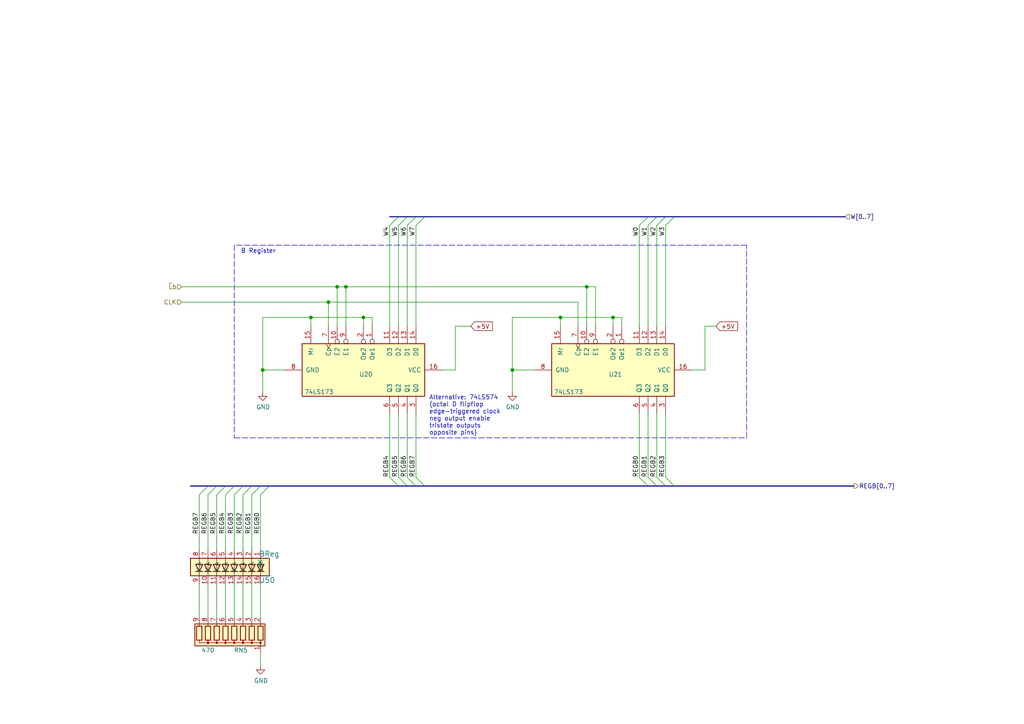
<source format=kicad_sch>
(kicad_sch (version 20211123) (generator eeschema)

  (uuid 2fe32ea1-4c03-4008-a13b-5ef3a9c6a943)

  (paper "A4")

  (lib_symbols
    (symbol "74xx:74LS173" (pin_names (offset 1.016)) (in_bom yes) (on_board yes)
      (property "Reference" "U" (id 0) (at -7.62 19.05 0)
        (effects (font (size 1.27 1.27)))
      )
      (property "Value" "74LS173" (id 1) (at -7.62 -19.05 0)
        (effects (font (size 1.27 1.27)))
      )
      (property "Footprint" "" (id 2) (at 0 0 0)
        (effects (font (size 1.27 1.27)) hide)
      )
      (property "Datasheet" "http://www.ti.com/lit/gpn/sn74LS173" (id 3) (at 0 0 0)
        (effects (font (size 1.27 1.27)) hide)
      )
      (property "ki_locked" "" (id 4) (at 0 0 0)
        (effects (font (size 1.27 1.27)))
      )
      (property "ki_keywords" "TTL REG REG4 3State DFF" (id 5) (at 0 0 0)
        (effects (font (size 1.27 1.27)) hide)
      )
      (property "ki_description" "4-bit D-type Register, 3 state out" (id 6) (at 0 0 0)
        (effects (font (size 1.27 1.27)) hide)
      )
      (property "ki_fp_filters" "DIP?16*" (id 7) (at 0 0 0)
        (effects (font (size 1.27 1.27)) hide)
      )
      (symbol "74LS173_1_0"
        (pin input inverted (at -12.7 2.54 0) (length 5.08)
          (name "Oe1" (effects (font (size 1.27 1.27))))
          (number "1" (effects (font (size 1.27 1.27))))
        )
        (pin input inverted (at -12.7 -7.62 0) (length 5.08)
          (name "E2" (effects (font (size 1.27 1.27))))
          (number "10" (effects (font (size 1.27 1.27))))
        )
        (pin input line (at -12.7 7.62 0) (length 5.08)
          (name "D3" (effects (font (size 1.27 1.27))))
          (number "11" (effects (font (size 1.27 1.27))))
        )
        (pin input line (at -12.7 10.16 0) (length 5.08)
          (name "D2" (effects (font (size 1.27 1.27))))
          (number "12" (effects (font (size 1.27 1.27))))
        )
        (pin input line (at -12.7 12.7 0) (length 5.08)
          (name "D1" (effects (font (size 1.27 1.27))))
          (number "13" (effects (font (size 1.27 1.27))))
        )
        (pin input line (at -12.7 15.24 0) (length 5.08)
          (name "D0" (effects (font (size 1.27 1.27))))
          (number "14" (effects (font (size 1.27 1.27))))
        )
        (pin input line (at -12.7 -15.24 0) (length 5.08)
          (name "Mr" (effects (font (size 1.27 1.27))))
          (number "15" (effects (font (size 1.27 1.27))))
        )
        (pin power_in line (at 0 22.86 270) (length 5.08)
          (name "VCC" (effects (font (size 1.27 1.27))))
          (number "16" (effects (font (size 1.27 1.27))))
        )
        (pin input inverted (at -12.7 0 0) (length 5.08)
          (name "Oe2" (effects (font (size 1.27 1.27))))
          (number "2" (effects (font (size 1.27 1.27))))
        )
        (pin tri_state line (at 12.7 15.24 180) (length 5.08)
          (name "Q0" (effects (font (size 1.27 1.27))))
          (number "3" (effects (font (size 1.27 1.27))))
        )
        (pin tri_state line (at 12.7 12.7 180) (length 5.08)
          (name "Q1" (effects (font (size 1.27 1.27))))
          (number "4" (effects (font (size 1.27 1.27))))
        )
        (pin tri_state line (at 12.7 10.16 180) (length 5.08)
          (name "Q2" (effects (font (size 1.27 1.27))))
          (number "5" (effects (font (size 1.27 1.27))))
        )
        (pin tri_state line (at 12.7 7.62 180) (length 5.08)
          (name "Q3" (effects (font (size 1.27 1.27))))
          (number "6" (effects (font (size 1.27 1.27))))
        )
        (pin input clock (at -12.7 -10.16 0) (length 5.08)
          (name "Cp" (effects (font (size 1.27 1.27))))
          (number "7" (effects (font (size 1.27 1.27))))
        )
        (pin power_in line (at 0 -22.86 90) (length 5.08)
          (name "GND" (effects (font (size 1.27 1.27))))
          (number "8" (effects (font (size 1.27 1.27))))
        )
        (pin input inverted (at -12.7 -5.08 0) (length 5.08)
          (name "E1" (effects (font (size 1.27 1.27))))
          (number "9" (effects (font (size 1.27 1.27))))
        )
      )
      (symbol "74LS173_1_1"
        (rectangle (start -7.62 17.78) (end 7.62 -17.78)
          (stroke (width 0.254) (type default) (color 0 0 0 0))
          (fill (type background))
        )
      )
    )
    (symbol "8bitcomputer-Malvino-rescue:8segmBarGraph-zDirkLibrary" (pin_names (offset 1.016)) (in_bom yes) (on_board yes)
      (property "Reference" "U" (id 0) (at 0 12.7 0)
        (effects (font (size 1.524 1.524)))
      )
      (property "Value" "8segmBarGraph-zDirkLibrary" (id 1) (at 0 -12.7 0)
        (effects (font (size 1.524 1.524)))
      )
      (property "Footprint" "" (id 2) (at 0 0 0)
        (effects (font (size 1.524 1.524)) hide)
      )
      (property "Datasheet" "" (id 3) (at 0 0 0)
        (effects (font (size 1.524 1.524)) hide)
      )
      (symbol "8segmBarGraph-zDirkLibrary_1_1"
        (rectangle (start -2.54 11.43) (end 2.54 -11.43)
          (stroke (width 0.254) (type default) (color 0 0 0 0))
          (fill (type background))
        )
        (polyline
          (pts
            (xy -2.54 -8.89)
            (xy 2.54 -8.89)
          )
          (stroke (width 0) (type default) (color 0 0 0 0))
          (fill (type none))
        )
        (polyline
          (pts
            (xy -2.54 -6.35)
            (xy 2.54 -6.35)
          )
          (stroke (width 0) (type default) (color 0 0 0 0))
          (fill (type none))
        )
        (polyline
          (pts
            (xy -2.54 -1.27)
            (xy 2.54 -1.27)
          )
          (stroke (width 0) (type default) (color 0 0 0 0))
          (fill (type none))
        )
        (polyline
          (pts
            (xy -2.54 3.81)
            (xy 2.54 3.81)
          )
          (stroke (width 0) (type default) (color 0 0 0 0))
          (fill (type none))
        )
        (polyline
          (pts
            (xy -2.54 6.35)
            (xy 2.54 6.35)
          )
          (stroke (width 0) (type default) (color 0 0 0 0))
          (fill (type none))
        )
        (polyline
          (pts
            (xy -2.54 8.89)
            (xy 2.54 8.89)
          )
          (stroke (width 0) (type default) (color 0 0 0 0))
          (fill (type none))
        )
        (polyline
          (pts
            (xy 1.27 -7.874)
            (xy 1.27 -9.906)
          )
          (stroke (width 0.254) (type default) (color 0 0 0 0))
          (fill (type none))
        )
        (polyline
          (pts
            (xy 1.27 -5.334)
            (xy 1.27 -7.366)
          )
          (stroke (width 0.254) (type default) (color 0 0 0 0))
          (fill (type none))
        )
        (polyline
          (pts
            (xy 1.27 -2.794)
            (xy 1.27 -4.826)
          )
          (stroke (width 0.254) (type default) (color 0 0 0 0))
          (fill (type none))
        )
        (polyline
          (pts
            (xy 1.27 -0.254)
            (xy 1.27 -2.286)
          )
          (stroke (width 0.254) (type default) (color 0 0 0 0))
          (fill (type none))
        )
        (polyline
          (pts
            (xy 1.27 2.286)
            (xy 1.27 0.254)
          )
          (stroke (width 0.254) (type default) (color 0 0 0 0))
          (fill (type none))
        )
        (polyline
          (pts
            (xy 1.27 4.826)
            (xy 1.27 2.794)
          )
          (stroke (width 0.254) (type default) (color 0 0 0 0))
          (fill (type none))
        )
        (polyline
          (pts
            (xy 1.27 7.366)
            (xy 1.27 5.334)
          )
          (stroke (width 0.254) (type default) (color 0 0 0 0))
          (fill (type none))
        )
        (polyline
          (pts
            (xy 1.27 9.906)
            (xy 1.27 7.874)
          )
          (stroke (width 0.254) (type default) (color 0 0 0 0))
          (fill (type none))
        )
        (polyline
          (pts
            (xy 2.54 -3.81)
            (xy -2.54 -3.81)
          )
          (stroke (width 0) (type default) (color 0 0 0 0))
          (fill (type none))
        )
        (polyline
          (pts
            (xy 2.54 1.27)
            (xy -2.54 1.27)
          )
          (stroke (width 0) (type default) (color 0 0 0 0))
          (fill (type none))
        )
        (polyline
          (pts
            (xy -0.762 -7.874)
            (xy -0.762 -9.906)
            (xy 1.27 -8.89)
            (xy -0.762 -7.874)
          )
          (stroke (width 0.254) (type default) (color 0 0 0 0))
          (fill (type none))
        )
        (polyline
          (pts
            (xy -0.762 -5.334)
            (xy -0.762 -7.366)
            (xy 1.27 -6.35)
            (xy -0.762 -5.334)
          )
          (stroke (width 0.254) (type default) (color 0 0 0 0))
          (fill (type none))
        )
        (polyline
          (pts
            (xy -0.762 -2.794)
            (xy -0.762 -4.826)
            (xy 1.27 -3.81)
            (xy -0.762 -2.794)
          )
          (stroke (width 0.254) (type default) (color 0 0 0 0))
          (fill (type none))
        )
        (polyline
          (pts
            (xy -0.762 -0.254)
            (xy -0.762 -2.286)
            (xy 1.27 -1.27)
            (xy -0.762 -0.254)
          )
          (stroke (width 0.254) (type default) (color 0 0 0 0))
          (fill (type none))
        )
        (polyline
          (pts
            (xy -0.762 2.286)
            (xy -0.762 0.254)
            (xy 1.27 1.27)
            (xy -0.762 2.286)
          )
          (stroke (width 0.254) (type default) (color 0 0 0 0))
          (fill (type none))
        )
        (polyline
          (pts
            (xy -0.762 4.826)
            (xy -0.762 2.794)
            (xy 1.27 3.81)
            (xy -0.762 4.826)
          )
          (stroke (width 0.254) (type default) (color 0 0 0 0))
          (fill (type none))
        )
        (polyline
          (pts
            (xy -0.762 7.366)
            (xy -0.762 5.334)
            (xy 1.27 6.35)
            (xy -0.762 7.366)
          )
          (stroke (width 0.254) (type default) (color 0 0 0 0))
          (fill (type none))
        )
        (polyline
          (pts
            (xy -0.762 9.906)
            (xy -0.762 7.874)
            (xy 1.27 8.89)
            (xy -0.762 9.906)
          )
          (stroke (width 0.254) (type default) (color 0 0 0 0))
          (fill (type none))
        )
        (pin passive line (at -5.08 8.89 0) (length 2.54)
          (name "A" (effects (font (size 1.27 1.27))))
          (number "1" (effects (font (size 1.27 1.27))))
        )
        (pin passive line (at 5.08 -6.35 180) (length 2.54)
          (name "K" (effects (font (size 1.27 1.27))))
          (number "10" (effects (font (size 1.27 1.27))))
        )
        (pin passive line (at 5.08 -3.81 180) (length 2.54)
          (name "K" (effects (font (size 1.27 1.27))))
          (number "11" (effects (font (size 1.27 1.27))))
        )
        (pin passive line (at 5.08 -1.27 180) (length 2.54)
          (name "K" (effects (font (size 1.27 1.27))))
          (number "12" (effects (font (size 1.27 1.27))))
        )
        (pin passive line (at 5.08 1.27 180) (length 2.54)
          (name "K" (effects (font (size 1.27 1.27))))
          (number "13" (effects (font (size 1.27 1.27))))
        )
        (pin passive line (at 5.08 3.81 180) (length 2.54)
          (name "K" (effects (font (size 1.27 1.27))))
          (number "14" (effects (font (size 1.27 1.27))))
        )
        (pin passive line (at 5.08 6.35 180) (length 2.54)
          (name "K" (effects (font (size 1.27 1.27))))
          (number "15" (effects (font (size 1.27 1.27))))
        )
        (pin passive line (at 5.08 8.89 180) (length 2.54)
          (name "16K" (effects (font (size 1.27 1.27))))
          (number "16" (effects (font (size 1.27 1.27))))
        )
        (pin passive line (at -5.08 6.35 0) (length 2.54)
          (name "A" (effects (font (size 1.27 1.27))))
          (number "2" (effects (font (size 1.27 1.27))))
        )
        (pin passive line (at -5.08 3.81 0) (length 2.54)
          (name "A" (effects (font (size 1.27 1.27))))
          (number "3" (effects (font (size 1.27 1.27))))
        )
        (pin passive line (at -5.08 1.27 0) (length 2.54)
          (name "A" (effects (font (size 1.27 1.27))))
          (number "4" (effects (font (size 1.27 1.27))))
        )
        (pin passive line (at -5.08 -1.27 0) (length 2.54)
          (name "A" (effects (font (size 1.27 1.27))))
          (number "5" (effects (font (size 1.27 1.27))))
        )
        (pin passive line (at -5.08 -3.81 0) (length 2.54)
          (name "A" (effects (font (size 1.27 1.27))))
          (number "6" (effects (font (size 1.27 1.27))))
        )
        (pin passive line (at -5.08 -6.35 0) (length 2.54)
          (name "A" (effects (font (size 1.27 1.27))))
          (number "7" (effects (font (size 1.27 1.27))))
        )
        (pin passive line (at -5.08 -8.89 0) (length 2.54)
          (name "A" (effects (font (size 1.27 1.27))))
          (number "8" (effects (font (size 1.27 1.27))))
        )
        (pin passive line (at 5.08 -8.89 180) (length 2.54)
          (name "K" (effects (font (size 1.27 1.27))))
          (number "9" (effects (font (size 1.27 1.27))))
        )
      )
    )
    (symbol "Device:R_Network08" (pin_names (offset 0) hide) (in_bom yes) (on_board yes)
      (property "Reference" "RN" (id 0) (at -12.7 0 90)
        (effects (font (size 1.27 1.27)))
      )
      (property "Value" "R_Network08" (id 1) (at 10.16 0 90)
        (effects (font (size 1.27 1.27)))
      )
      (property "Footprint" "Resistor_THT:R_Array_SIP9" (id 2) (at 12.065 0 90)
        (effects (font (size 1.27 1.27)) hide)
      )
      (property "Datasheet" "http://www.vishay.com/docs/31509/csc.pdf" (id 3) (at 0 0 0)
        (effects (font (size 1.27 1.27)) hide)
      )
      (property "ki_keywords" "R network star-topology" (id 4) (at 0 0 0)
        (effects (font (size 1.27 1.27)) hide)
      )
      (property "ki_description" "8 resistor network, star topology, bussed resistors, small symbol" (id 5) (at 0 0 0)
        (effects (font (size 1.27 1.27)) hide)
      )
      (property "ki_fp_filters" "R?Array?SIP*" (id 6) (at 0 0 0)
        (effects (font (size 1.27 1.27)) hide)
      )
      (symbol "R_Network08_0_1"
        (rectangle (start -11.43 -3.175) (end 8.89 3.175)
          (stroke (width 0.254) (type default) (color 0 0 0 0))
          (fill (type background))
        )
        (rectangle (start -10.922 1.524) (end -9.398 -2.54)
          (stroke (width 0.254) (type default) (color 0 0 0 0))
          (fill (type none))
        )
        (circle (center -10.16 2.286) (radius 0.254)
          (stroke (width 0) (type default) (color 0 0 0 0))
          (fill (type outline))
        )
        (rectangle (start -8.382 1.524) (end -6.858 -2.54)
          (stroke (width 0.254) (type default) (color 0 0 0 0))
          (fill (type none))
        )
        (circle (center -7.62 2.286) (radius 0.254)
          (stroke (width 0) (type default) (color 0 0 0 0))
          (fill (type outline))
        )
        (rectangle (start -5.842 1.524) (end -4.318 -2.54)
          (stroke (width 0.254) (type default) (color 0 0 0 0))
          (fill (type none))
        )
        (circle (center -5.08 2.286) (radius 0.254)
          (stroke (width 0) (type default) (color 0 0 0 0))
          (fill (type outline))
        )
        (rectangle (start -3.302 1.524) (end -1.778 -2.54)
          (stroke (width 0.254) (type default) (color 0 0 0 0))
          (fill (type none))
        )
        (circle (center -2.54 2.286) (radius 0.254)
          (stroke (width 0) (type default) (color 0 0 0 0))
          (fill (type outline))
        )
        (rectangle (start -0.762 1.524) (end 0.762 -2.54)
          (stroke (width 0.254) (type default) (color 0 0 0 0))
          (fill (type none))
        )
        (polyline
          (pts
            (xy -10.16 -2.54)
            (xy -10.16 -3.81)
          )
          (stroke (width 0) (type default) (color 0 0 0 0))
          (fill (type none))
        )
        (polyline
          (pts
            (xy -7.62 -2.54)
            (xy -7.62 -3.81)
          )
          (stroke (width 0) (type default) (color 0 0 0 0))
          (fill (type none))
        )
        (polyline
          (pts
            (xy -5.08 -2.54)
            (xy -5.08 -3.81)
          )
          (stroke (width 0) (type default) (color 0 0 0 0))
          (fill (type none))
        )
        (polyline
          (pts
            (xy -2.54 -2.54)
            (xy -2.54 -3.81)
          )
          (stroke (width 0) (type default) (color 0 0 0 0))
          (fill (type none))
        )
        (polyline
          (pts
            (xy 0 -2.54)
            (xy 0 -3.81)
          )
          (stroke (width 0) (type default) (color 0 0 0 0))
          (fill (type none))
        )
        (polyline
          (pts
            (xy 2.54 -2.54)
            (xy 2.54 -3.81)
          )
          (stroke (width 0) (type default) (color 0 0 0 0))
          (fill (type none))
        )
        (polyline
          (pts
            (xy 5.08 -2.54)
            (xy 5.08 -3.81)
          )
          (stroke (width 0) (type default) (color 0 0 0 0))
          (fill (type none))
        )
        (polyline
          (pts
            (xy 7.62 -2.54)
            (xy 7.62 -3.81)
          )
          (stroke (width 0) (type default) (color 0 0 0 0))
          (fill (type none))
        )
        (polyline
          (pts
            (xy -10.16 1.524)
            (xy -10.16 2.286)
            (xy -7.62 2.286)
            (xy -7.62 1.524)
          )
          (stroke (width 0) (type default) (color 0 0 0 0))
          (fill (type none))
        )
        (polyline
          (pts
            (xy -7.62 1.524)
            (xy -7.62 2.286)
            (xy -5.08 2.286)
            (xy -5.08 1.524)
          )
          (stroke (width 0) (type default) (color 0 0 0 0))
          (fill (type none))
        )
        (polyline
          (pts
            (xy -5.08 1.524)
            (xy -5.08 2.286)
            (xy -2.54 2.286)
            (xy -2.54 1.524)
          )
          (stroke (width 0) (type default) (color 0 0 0 0))
          (fill (type none))
        )
        (polyline
          (pts
            (xy -2.54 1.524)
            (xy -2.54 2.286)
            (xy 0 2.286)
            (xy 0 1.524)
          )
          (stroke (width 0) (type default) (color 0 0 0 0))
          (fill (type none))
        )
        (polyline
          (pts
            (xy 0 1.524)
            (xy 0 2.286)
            (xy 2.54 2.286)
            (xy 2.54 1.524)
          )
          (stroke (width 0) (type default) (color 0 0 0 0))
          (fill (type none))
        )
        (polyline
          (pts
            (xy 2.54 1.524)
            (xy 2.54 2.286)
            (xy 5.08 2.286)
            (xy 5.08 1.524)
          )
          (stroke (width 0) (type default) (color 0 0 0 0))
          (fill (type none))
        )
        (polyline
          (pts
            (xy 5.08 1.524)
            (xy 5.08 2.286)
            (xy 7.62 2.286)
            (xy 7.62 1.524)
          )
          (stroke (width 0) (type default) (color 0 0 0 0))
          (fill (type none))
        )
        (circle (center 0 2.286) (radius 0.254)
          (stroke (width 0) (type default) (color 0 0 0 0))
          (fill (type outline))
        )
        (rectangle (start 1.778 1.524) (end 3.302 -2.54)
          (stroke (width 0.254) (type default) (color 0 0 0 0))
          (fill (type none))
        )
        (circle (center 2.54 2.286) (radius 0.254)
          (stroke (width 0) (type default) (color 0 0 0 0))
          (fill (type outline))
        )
        (rectangle (start 4.318 1.524) (end 5.842 -2.54)
          (stroke (width 0.254) (type default) (color 0 0 0 0))
          (fill (type none))
        )
        (circle (center 5.08 2.286) (radius 0.254)
          (stroke (width 0) (type default) (color 0 0 0 0))
          (fill (type outline))
        )
        (rectangle (start 6.858 1.524) (end 8.382 -2.54)
          (stroke (width 0.254) (type default) (color 0 0 0 0))
          (fill (type none))
        )
      )
      (symbol "R_Network08_1_1"
        (pin passive line (at -10.16 5.08 270) (length 2.54)
          (name "common" (effects (font (size 1.27 1.27))))
          (number "1" (effects (font (size 1.27 1.27))))
        )
        (pin passive line (at -10.16 -5.08 90) (length 1.27)
          (name "R1" (effects (font (size 1.27 1.27))))
          (number "2" (effects (font (size 1.27 1.27))))
        )
        (pin passive line (at -7.62 -5.08 90) (length 1.27)
          (name "R2" (effects (font (size 1.27 1.27))))
          (number "3" (effects (font (size 1.27 1.27))))
        )
        (pin passive line (at -5.08 -5.08 90) (length 1.27)
          (name "R3" (effects (font (size 1.27 1.27))))
          (number "4" (effects (font (size 1.27 1.27))))
        )
        (pin passive line (at -2.54 -5.08 90) (length 1.27)
          (name "R4" (effects (font (size 1.27 1.27))))
          (number "5" (effects (font (size 1.27 1.27))))
        )
        (pin passive line (at 0 -5.08 90) (length 1.27)
          (name "R5" (effects (font (size 1.27 1.27))))
          (number "6" (effects (font (size 1.27 1.27))))
        )
        (pin passive line (at 2.54 -5.08 90) (length 1.27)
          (name "R6" (effects (font (size 1.27 1.27))))
          (number "7" (effects (font (size 1.27 1.27))))
        )
        (pin passive line (at 5.08 -5.08 90) (length 1.27)
          (name "R7" (effects (font (size 1.27 1.27))))
          (number "8" (effects (font (size 1.27 1.27))))
        )
        (pin passive line (at 7.62 -5.08 90) (length 1.27)
          (name "R8" (effects (font (size 1.27 1.27))))
          (number "9" (effects (font (size 1.27 1.27))))
        )
      )
    )
    (symbol "power:GND" (power) (pin_names (offset 0)) (in_bom yes) (on_board yes)
      (property "Reference" "#PWR" (id 0) (at 0 -6.35 0)
        (effects (font (size 1.27 1.27)) hide)
      )
      (property "Value" "GND" (id 1) (at 0 -3.81 0)
        (effects (font (size 1.27 1.27)))
      )
      (property "Footprint" "" (id 2) (at 0 0 0)
        (effects (font (size 1.27 1.27)) hide)
      )
      (property "Datasheet" "" (id 3) (at 0 0 0)
        (effects (font (size 1.27 1.27)) hide)
      )
      (property "ki_keywords" "power-flag" (id 4) (at 0 0 0)
        (effects (font (size 1.27 1.27)) hide)
      )
      (property "ki_description" "Power symbol creates a global label with name \"GND\" , ground" (id 5) (at 0 0 0)
        (effects (font (size 1.27 1.27)) hide)
      )
      (symbol "GND_0_1"
        (polyline
          (pts
            (xy 0 0)
            (xy 0 -1.27)
            (xy 1.27 -1.27)
            (xy 0 -2.54)
            (xy -1.27 -1.27)
            (xy 0 -1.27)
          )
          (stroke (width 0) (type default) (color 0 0 0 0))
          (fill (type none))
        )
      )
      (symbol "GND_1_1"
        (pin power_in line (at 0 0 270) (length 0) hide
          (name "GND" (effects (font (size 1.27 1.27))))
          (number "1" (effects (font (size 1.27 1.27))))
        )
      )
    )
  )

  (junction (at 76.2 107.315) (diameter 0) (color 0 0 0 0)
    (uuid 0501db42-4bd7-4a72-a67d-65a279890faf)
  )
  (junction (at 162.56 92.075) (diameter 0) (color 0 0 0 0)
    (uuid 115c7558-0c2c-43d1-9490-b3f31df31a6a)
  )
  (junction (at 100.33 83.185) (diameter 0) (color 0 0 0 0)
    (uuid 1bcce86b-740b-4fea-adef-ac1420363b3a)
  )
  (junction (at 105.41 92.075) (diameter 0) (color 0 0 0 0)
    (uuid 5ceefee2-2825-47cd-a30e-85d26a005ed5)
  )
  (junction (at 170.18 83.185) (diameter 0) (color 0 0 0 0)
    (uuid 706e5afc-2107-48af-b8ed-3c44eaa165e7)
  )
  (junction (at 148.59 107.315) (diameter 0) (color 0 0 0 0)
    (uuid 86b01599-dd08-4667-8868-cb0f195856d9)
  )
  (junction (at 95.25 87.63) (diameter 0) (color 0 0 0 0)
    (uuid 96730721-b89f-47eb-8674-44f280b8a263)
  )
  (junction (at 177.8 92.075) (diameter 0) (color 0 0 0 0)
    (uuid b470f325-452d-45a1-8245-2cfd866c2f1e)
  )
  (junction (at 97.79 83.185) (diameter 0) (color 0 0 0 0)
    (uuid be98f7d7-4fa8-437d-b5c5-ca815b1c5d45)
  )
  (junction (at 90.17 92.075) (diameter 0) (color 0 0 0 0)
    (uuid f561a020-a4b0-473f-99a3-f2973f773eff)
  )

  (bus_entry (at 118.11 65.405) (size 2.54 -2.54)
    (stroke (width 0) (type default) (color 0 0 0 0))
    (uuid 0ac1e3df-d9ee-4e5c-9553-41548ed37527)
  )
  (bus_entry (at 67.945 143.51) (size 2.54 -2.54)
    (stroke (width 0) (type default) (color 0 0 0 0))
    (uuid 10223bc2-6e51-4080-9341-eb57cd554c1f)
  )
  (bus_entry (at 73.025 143.51) (size 2.54 -2.54)
    (stroke (width 0) (type default) (color 0 0 0 0))
    (uuid 1d2a0e5c-2238-4ff8-8fd9-60a373adcedc)
  )
  (bus_entry (at 57.785 143.51) (size 2.54 -2.54)
    (stroke (width 0) (type default) (color 0 0 0 0))
    (uuid 276976b4-5bf3-434e-8302-1de84b899f95)
  )
  (bus_entry (at 62.865 143.51) (size 2.54 -2.54)
    (stroke (width 0) (type default) (color 0 0 0 0))
    (uuid 297e6d0e-9cd9-4a13-a727-794a822d672a)
  )
  (bus_entry (at 113.03 138.43) (size 2.54 2.54)
    (stroke (width 0) (type default) (color 0 0 0 0))
    (uuid 37bc3e53-6003-4663-808b-9afd38fe7db9)
  )
  (bus_entry (at 70.485 143.51) (size 2.54 -2.54)
    (stroke (width 0) (type default) (color 0 0 0 0))
    (uuid 3d897fe2-b7a9-4782-8441-9ec44267c839)
  )
  (bus_entry (at 190.5 138.43) (size 2.54 2.54)
    (stroke (width 0) (type default) (color 0 0 0 0))
    (uuid 4939ebec-0674-44be-a7ed-632e431df888)
  )
  (bus_entry (at 115.57 65.405) (size 2.54 -2.54)
    (stroke (width 0) (type default) (color 0 0 0 0))
    (uuid 4e89e1d2-6e60-4898-ab98-d8de8bf1aeef)
  )
  (bus_entry (at 185.42 138.43) (size 2.54 2.54)
    (stroke (width 0) (type default) (color 0 0 0 0))
    (uuid 50903269-4d72-4006-8013-c25c54d167ad)
  )
  (bus_entry (at 187.96 138.43) (size 2.54 2.54)
    (stroke (width 0) (type default) (color 0 0 0 0))
    (uuid 571c5bea-bba2-4217-8202-482516834adc)
  )
  (bus_entry (at 193.04 138.43) (size 2.54 2.54)
    (stroke (width 0) (type default) (color 0 0 0 0))
    (uuid 578719fb-4ba0-44bd-a641-0bdef87c422d)
  )
  (bus_entry (at 190.5 65.405) (size 2.54 -2.54)
    (stroke (width 0) (type default) (color 0 0 0 0))
    (uuid 5a6a52a4-bf98-4d66-9551-103de3545233)
  )
  (bus_entry (at 60.325 143.51) (size 2.54 -2.54)
    (stroke (width 0) (type default) (color 0 0 0 0))
    (uuid 60962188-1f42-4e2d-95d8-dde74c0ea51a)
  )
  (bus_entry (at 115.57 62.865) (size -2.54 2.54)
    (stroke (width 0) (type default) (color 0 0 0 0))
    (uuid 783450b0-77b4-4f86-8eb8-aab80424ae64)
  )
  (bus_entry (at 75.565 143.51) (size 2.54 -2.54)
    (stroke (width 0) (type default) (color 0 0 0 0))
    (uuid 7f001aeb-a202-4fcf-b6c6-1dcb2f785569)
  )
  (bus_entry (at 120.65 65.405) (size 2.54 -2.54)
    (stroke (width 0) (type default) (color 0 0 0 0))
    (uuid 7f6e963b-3cd0-4800-9d07-36e0b49ef290)
  )
  (bus_entry (at 115.57 138.43) (size 2.54 2.54)
    (stroke (width 0) (type default) (color 0 0 0 0))
    (uuid 835555e8-81e3-4f50-b2b8-c3b79b2d1df0)
  )
  (bus_entry (at 193.04 65.405) (size 2.54 -2.54)
    (stroke (width 0) (type default) (color 0 0 0 0))
    (uuid 94ca7195-8c12-4b01-8eb9-c7c171500f1a)
  )
  (bus_entry (at 187.96 65.405) (size 2.54 -2.54)
    (stroke (width 0) (type default) (color 0 0 0 0))
    (uuid 99fe3d5e-668a-4c5a-b5d5-c6fc99803775)
  )
  (bus_entry (at 118.11 138.43) (size 2.54 2.54)
    (stroke (width 0) (type default) (color 0 0 0 0))
    (uuid a3a9a059-f52b-40eb-8d69-addbfc316ea1)
  )
  (bus_entry (at 65.405 143.51) (size 2.54 -2.54)
    (stroke (width 0) (type default) (color 0 0 0 0))
    (uuid b60ee539-8063-4e3f-9f57-1b0c1bd951c6)
  )
  (bus_entry (at 185.42 65.405) (size 2.54 -2.54)
    (stroke (width 0) (type default) (color 0 0 0 0))
    (uuid d9cf349e-44b4-4cae-af56-c4ee2d526295)
  )
  (bus_entry (at 120.65 138.43) (size 2.54 2.54)
    (stroke (width 0) (type default) (color 0 0 0 0))
    (uuid e2364fd7-4737-4955-af7e-d469da5e041d)
  )

  (wire (pts (xy 148.59 92.075) (xy 148.59 107.315))
    (stroke (width 0) (type default) (color 0 0 0 0))
    (uuid 001517b5-0efb-4a1b-a576-f125349655e1)
  )
  (wire (pts (xy 65.405 159.385) (xy 65.405 143.51))
    (stroke (width 0) (type default) (color 0 0 0 0))
    (uuid 043500f5-51a4-46a9-aba9-8d89033386d7)
  )
  (wire (pts (xy 187.96 65.405) (xy 187.96 94.615))
    (stroke (width 0) (type default) (color 0 0 0 0))
    (uuid 04ee81f7-753e-4d3f-9ffb-d89b04a9eb5f)
  )
  (bus (pts (xy 70.485 140.97) (xy 73.025 140.97))
    (stroke (width 0) (type default) (color 0 0 0 0))
    (uuid 0a4ea50f-1bfb-42de-8703-f695ca6b12cf)
  )

  (wire (pts (xy 105.41 92.075) (xy 107.95 92.075))
    (stroke (width 0) (type default) (color 0 0 0 0))
    (uuid 0bcf5d83-1ecb-4f40-99d0-59c9c2a7be08)
  )
  (wire (pts (xy 90.17 94.615) (xy 90.17 92.075))
    (stroke (width 0) (type default) (color 0 0 0 0))
    (uuid 0ce858f6-ee81-4e95-ad5c-e31ea61a2c68)
  )
  (wire (pts (xy 132.08 94.615) (xy 136.525 94.615))
    (stroke (width 0) (type default) (color 0 0 0 0))
    (uuid 11684e39-0aa1-4b98-8d41-d85156876db2)
  )
  (wire (pts (xy 73.025 159.385) (xy 73.025 143.51))
    (stroke (width 0) (type default) (color 0 0 0 0))
    (uuid 180453a8-add7-4b8a-af9c-c498540f6d15)
  )
  (wire (pts (xy 120.65 65.405) (xy 120.65 94.615))
    (stroke (width 0) (type default) (color 0 0 0 0))
    (uuid 1903c516-be11-4bdc-a7d2-9b0bbe0746ee)
  )
  (polyline (pts (xy 216.535 127) (xy 216.535 71.12))
    (stroke (width 0) (type default) (color 0 0 0 0))
    (uuid 1c232657-f18d-4c56-a1b6-2a4b52005dd5)
  )

  (wire (pts (xy 57.785 169.545) (xy 57.785 179.07))
    (stroke (width 0) (type default) (color 0 0 0 0))
    (uuid 1e6978f2-a90a-4d42-963d-14d8f5876a28)
  )
  (wire (pts (xy 128.27 107.315) (xy 132.08 107.315))
    (stroke (width 0) (type default) (color 0 0 0 0))
    (uuid 2850cc15-adfe-4a12-a36c-12a285abe1e9)
  )
  (bus (pts (xy 115.57 62.865) (xy 118.11 62.865))
    (stroke (width 0) (type default) (color 0 0 0 0))
    (uuid 2baddb07-cbd5-4f86-8873-9e40127e9fe9)
  )

  (wire (pts (xy 132.08 107.315) (xy 132.08 94.615))
    (stroke (width 0) (type default) (color 0 0 0 0))
    (uuid 2d2ef63b-a5f4-40ab-b11e-eb2c4cfa4839)
  )
  (bus (pts (xy 115.57 140.97) (xy 118.11 140.97))
    (stroke (width 0) (type default) (color 0 0 0 0))
    (uuid 3364b3a0-a3c5-4176-983b-992c474d93a7)
  )
  (bus (pts (xy 73.025 140.97) (xy 75.565 140.97))
    (stroke (width 0) (type default) (color 0 0 0 0))
    (uuid 35e39945-e98b-4877-9784-feca55bbf85a)
  )

  (wire (pts (xy 90.17 92.075) (xy 76.2 92.075))
    (stroke (width 0) (type default) (color 0 0 0 0))
    (uuid 3b37da06-0e71-40b2-96d8-5fc3054b391b)
  )
  (wire (pts (xy 170.18 83.185) (xy 172.72 83.185))
    (stroke (width 0) (type default) (color 0 0 0 0))
    (uuid 3dedff43-7e47-44e0-8908-de34689533ab)
  )
  (bus (pts (xy 190.5 140.97) (xy 193.04 140.97))
    (stroke (width 0) (type default) (color 0 0 0 0))
    (uuid 3edade0e-b42c-47bf-858b-8d1a762822b4)
  )

  (wire (pts (xy 75.565 169.545) (xy 75.565 179.07))
    (stroke (width 0) (type default) (color 0 0 0 0))
    (uuid 40d8b14c-f3d8-4099-b7e4-2759dbd645f5)
  )
  (bus (pts (xy 195.58 62.865) (xy 245.11 62.865))
    (stroke (width 0) (type default) (color 0 0 0 0))
    (uuid 4107bfe2-6e42-4bc7-b619-63aa4decd257)
  )
  (bus (pts (xy 123.19 140.97) (xy 187.96 140.97))
    (stroke (width 0) (type default) (color 0 0 0 0))
    (uuid 413e8ef2-3434-425e-b087-935f0c498df9)
  )

  (wire (pts (xy 177.8 92.075) (xy 180.34 92.075))
    (stroke (width 0) (type default) (color 0 0 0 0))
    (uuid 44c9e5b0-74fd-4085-98cf-9feb1d826573)
  )
  (bus (pts (xy 60.325 140.97) (xy 62.865 140.97))
    (stroke (width 0) (type default) (color 0 0 0 0))
    (uuid 45b552a0-e422-458f-92dc-6e8d50836bab)
  )

  (wire (pts (xy 95.25 94.615) (xy 95.25 87.63))
    (stroke (width 0) (type default) (color 0 0 0 0))
    (uuid 4768e73a-7f80-4660-b399-5ec93d651e1c)
  )
  (bus (pts (xy 195.58 140.97) (xy 247.65 140.97))
    (stroke (width 0) (type default) (color 0 0 0 0))
    (uuid 4896e3b4-41c7-4a1b-82c9-79b25d9b9518)
  )

  (wire (pts (xy 113.03 65.405) (xy 113.03 94.615))
    (stroke (width 0) (type default) (color 0 0 0 0))
    (uuid 4bff9152-afba-43f0-a405-ac9fec6b6b55)
  )
  (polyline (pts (xy 67.945 71.12) (xy 67.945 127))
    (stroke (width 0) (type default) (color 0 0 0 0))
    (uuid 4f7a91d1-474d-4e7e-b9df-47f2849e779d)
  )

  (wire (pts (xy 148.59 107.315) (xy 148.59 113.665))
    (stroke (width 0) (type default) (color 0 0 0 0))
    (uuid 5375ed33-28ca-4c35-819b-f3cd059ea3f5)
  )
  (bus (pts (xy 187.96 140.97) (xy 190.5 140.97))
    (stroke (width 0) (type default) (color 0 0 0 0))
    (uuid 53fb4b2f-108e-4f82-8856-fdc107dff12d)
  )
  (bus (pts (xy 123.19 62.865) (xy 187.96 62.865))
    (stroke (width 0) (type default) (color 0 0 0 0))
    (uuid 546a38a8-8a12-41b8-8d20-29063b28c016)
  )

  (wire (pts (xy 90.17 92.075) (xy 105.41 92.075))
    (stroke (width 0) (type default) (color 0 0 0 0))
    (uuid 5498dc3a-e889-4279-a6c3-60b604393b5f)
  )
  (wire (pts (xy 70.485 169.545) (xy 70.485 179.07))
    (stroke (width 0) (type default) (color 0 0 0 0))
    (uuid 57f544c3-02e7-4154-bb03-c2f8f3332356)
  )
  (wire (pts (xy 62.865 169.545) (xy 62.865 179.07))
    (stroke (width 0) (type default) (color 0 0 0 0))
    (uuid 5b4c1b92-0750-4642-ac6b-3acee2dbfe08)
  )
  (wire (pts (xy 118.11 120.015) (xy 118.11 138.43))
    (stroke (width 0) (type default) (color 0 0 0 0))
    (uuid 5d0b0264-0973-4ae7-915c-c0bfe564884e)
  )
  (bus (pts (xy 190.5 62.865) (xy 193.04 62.865))
    (stroke (width 0) (type default) (color 0 0 0 0))
    (uuid 61385f79-afcc-4079-947b-08883c01de13)
  )

  (wire (pts (xy 172.72 83.185) (xy 172.72 94.615))
    (stroke (width 0) (type default) (color 0 0 0 0))
    (uuid 62d4b68a-25bd-4324-8cf4-d625c0309fa5)
  )
  (wire (pts (xy 105.41 92.075) (xy 105.41 94.615))
    (stroke (width 0) (type default) (color 0 0 0 0))
    (uuid 6bf1dd03-bfae-4029-964e-89a300b967ae)
  )
  (wire (pts (xy 185.42 120.015) (xy 185.42 138.43))
    (stroke (width 0) (type default) (color 0 0 0 0))
    (uuid 6bffb449-75fe-44a6-b73a-933e3784b381)
  )
  (wire (pts (xy 190.5 120.015) (xy 190.5 138.43))
    (stroke (width 0) (type default) (color 0 0 0 0))
    (uuid 7200c29f-b04c-47fa-b76b-c8612408be73)
  )
  (wire (pts (xy 162.56 94.615) (xy 162.56 92.075))
    (stroke (width 0) (type default) (color 0 0 0 0))
    (uuid 72e0f973-5f98-4d7a-aa90-845e75af6d49)
  )
  (wire (pts (xy 97.79 94.615) (xy 97.79 83.185))
    (stroke (width 0) (type default) (color 0 0 0 0))
    (uuid 7bc058d9-dd87-48ea-a7b3-dd5fb38cdece)
  )
  (wire (pts (xy 120.65 120.015) (xy 120.65 138.43))
    (stroke (width 0) (type default) (color 0 0 0 0))
    (uuid 7c32275b-058f-4666-bb4b-bdc1bb8cd3aa)
  )
  (wire (pts (xy 67.945 159.385) (xy 67.945 143.51))
    (stroke (width 0) (type default) (color 0 0 0 0))
    (uuid 7c722711-fa1f-4604-a21e-4767a03fd09f)
  )
  (wire (pts (xy 180.34 92.075) (xy 180.34 94.615))
    (stroke (width 0) (type default) (color 0 0 0 0))
    (uuid 7c748e0a-1b3d-495d-88bd-2585ca944080)
  )
  (wire (pts (xy 62.865 159.385) (xy 62.865 143.51))
    (stroke (width 0) (type default) (color 0 0 0 0))
    (uuid 7e15effc-8aaa-4841-b52c-5ebf090332b6)
  )
  (wire (pts (xy 193.04 65.405) (xy 193.04 94.615))
    (stroke (width 0) (type default) (color 0 0 0 0))
    (uuid 7f82ed9a-0d1e-4a36-a750-7013f275b461)
  )
  (wire (pts (xy 75.565 189.23) (xy 75.565 193.04))
    (stroke (width 0) (type default) (color 0 0 0 0))
    (uuid 8155389c-93f1-4858-ad58-eacf03de5a09)
  )
  (wire (pts (xy 113.03 120.015) (xy 113.03 138.43))
    (stroke (width 0) (type default) (color 0 0 0 0))
    (uuid 85740467-aecf-4a1c-9f70-a49483eef152)
  )
  (wire (pts (xy 167.64 87.63) (xy 95.25 87.63))
    (stroke (width 0) (type default) (color 0 0 0 0))
    (uuid 859c10bf-1ec3-4330-9b6b-0bf0ef6ca455)
  )
  (bus (pts (xy 193.04 62.865) (xy 195.58 62.865))
    (stroke (width 0) (type default) (color 0 0 0 0))
    (uuid 86bed301-423a-4f4d-ac83-596f418a4a74)
  )

  (wire (pts (xy 70.485 159.385) (xy 70.485 143.51))
    (stroke (width 0) (type default) (color 0 0 0 0))
    (uuid 8a4a58ca-2272-472a-a344-c77043d4700b)
  )
  (wire (pts (xy 200.66 107.315) (xy 204.47 107.315))
    (stroke (width 0) (type default) (color 0 0 0 0))
    (uuid 8b3c8f5f-f4cf-47ff-a3ab-40d0bb25cbca)
  )
  (wire (pts (xy 57.785 159.385) (xy 57.785 143.51))
    (stroke (width 0) (type default) (color 0 0 0 0))
    (uuid 8b644969-f936-4956-9700-317c7524b8cf)
  )
  (bus (pts (xy 120.65 140.97) (xy 123.19 140.97))
    (stroke (width 0) (type default) (color 0 0 0 0))
    (uuid 8d067481-60ac-4b3a-b601-36e064486004)
  )

  (wire (pts (xy 177.8 92.075) (xy 177.8 94.615))
    (stroke (width 0) (type default) (color 0 0 0 0))
    (uuid 8d380306-c60b-48e1-b2d8-2eff75fc883f)
  )
  (wire (pts (xy 154.94 107.315) (xy 148.59 107.315))
    (stroke (width 0) (type default) (color 0 0 0 0))
    (uuid 8de046b3-314e-4ac5-bbaf-a19cfdea923f)
  )
  (wire (pts (xy 162.56 92.075) (xy 177.8 92.075))
    (stroke (width 0) (type default) (color 0 0 0 0))
    (uuid 92608bee-04ac-4434-9005-dc33f11ca816)
  )
  (bus (pts (xy 62.865 140.97) (xy 65.405 140.97))
    (stroke (width 0) (type default) (color 0 0 0 0))
    (uuid 93b59168-3659-4a88-9671-eb67c528b90d)
  )
  (bus (pts (xy 78.105 140.97) (xy 115.57 140.97))
    (stroke (width 0) (type default) (color 0 0 0 0))
    (uuid 93d0eec5-b524-4115-8cf2-33641614b4dc)
  )

  (wire (pts (xy 167.64 94.615) (xy 167.64 87.63))
    (stroke (width 0) (type default) (color 0 0 0 0))
    (uuid 94cfa270-5799-4b0b-916c-651547f0c56a)
  )
  (wire (pts (xy 97.79 83.185) (xy 100.33 83.185))
    (stroke (width 0) (type default) (color 0 0 0 0))
    (uuid 96e11c0d-036a-484b-a788-4970f34247b7)
  )
  (bus (pts (xy 65.405 140.97) (xy 67.945 140.97))
    (stroke (width 0) (type default) (color 0 0 0 0))
    (uuid 9b262ddc-af08-48e1-b665-73ed70f97698)
  )
  (bus (pts (xy 193.04 140.97) (xy 195.58 140.97))
    (stroke (width 0) (type default) (color 0 0 0 0))
    (uuid 9d3d5427-48dd-4763-8ce5-1937c5a9f3f4)
  )

  (wire (pts (xy 76.2 92.075) (xy 76.2 107.315))
    (stroke (width 0) (type default) (color 0 0 0 0))
    (uuid 9d5ef39e-7580-42d3-9c57-88c2899a824d)
  )
  (wire (pts (xy 60.325 159.385) (xy 60.325 143.51))
    (stroke (width 0) (type default) (color 0 0 0 0))
    (uuid 9f3ea1b1-8878-4ba6-a162-5c92a251ae7d)
  )
  (wire (pts (xy 82.55 107.315) (xy 76.2 107.315))
    (stroke (width 0) (type default) (color 0 0 0 0))
    (uuid a00b59d0-568f-45e6-a5c7-a6fdb2a8a32f)
  )
  (wire (pts (xy 204.47 94.615) (xy 207.645 94.615))
    (stroke (width 0) (type default) (color 0 0 0 0))
    (uuid a1a2ac2b-e963-4388-aa2f-2d1bd75b7af9)
  )
  (bus (pts (xy 118.11 140.97) (xy 120.65 140.97))
    (stroke (width 0) (type default) (color 0 0 0 0))
    (uuid a3cc3f0f-2864-4a1b-8e65-e24b0325e2bc)
  )

  (wire (pts (xy 75.565 159.385) (xy 75.565 143.51))
    (stroke (width 0) (type default) (color 0 0 0 0))
    (uuid a7c1c431-0dbd-4b08-8cd9-02eb274ecf26)
  )
  (wire (pts (xy 107.95 92.075) (xy 107.95 94.615))
    (stroke (width 0) (type default) (color 0 0 0 0))
    (uuid a8a67d60-2492-4e04-9d81-b8e4f88e7f47)
  )
  (wire (pts (xy 100.33 83.185) (xy 100.33 94.615))
    (stroke (width 0) (type default) (color 0 0 0 0))
    (uuid b07ffaf4-8205-4ed1-aa3c-6ad0ccd22929)
  )
  (wire (pts (xy 185.42 65.405) (xy 185.42 94.615))
    (stroke (width 0) (type default) (color 0 0 0 0))
    (uuid b3568184-84af-4b55-9c88-a77319114f4b)
  )
  (wire (pts (xy 204.47 107.315) (xy 204.47 94.615))
    (stroke (width 0) (type default) (color 0 0 0 0))
    (uuid b7bf39e7-39ae-4240-acd0-2dd2a6b6747c)
  )
  (wire (pts (xy 73.025 169.545) (xy 73.025 179.07))
    (stroke (width 0) (type default) (color 0 0 0 0))
    (uuid bafe4e00-ca73-40e7-b500-39d11ffbac08)
  )
  (bus (pts (xy 118.11 62.865) (xy 120.65 62.865))
    (stroke (width 0) (type default) (color 0 0 0 0))
    (uuid bcf1e0a5-f516-458f-8bd1-7dd57d371084)
  )

  (wire (pts (xy 76.2 107.315) (xy 76.2 113.665))
    (stroke (width 0) (type default) (color 0 0 0 0))
    (uuid bdb1fdd5-704e-4d4c-a230-f2a601a4d18e)
  )
  (wire (pts (xy 118.11 65.405) (xy 118.11 94.615))
    (stroke (width 0) (type default) (color 0 0 0 0))
    (uuid c3423970-c962-4113-9f21-d0c6ba952fbe)
  )
  (wire (pts (xy 115.57 65.405) (xy 115.57 94.615))
    (stroke (width 0) (type default) (color 0 0 0 0))
    (uuid c65603d9-9f96-4950-ab6d-fc95619a209c)
  )
  (wire (pts (xy 170.18 94.615) (xy 170.18 83.185))
    (stroke (width 0) (type default) (color 0 0 0 0))
    (uuid d363489f-c847-4755-bcf0-5577a7638156)
  )
  (wire (pts (xy 95.25 87.63) (xy 52.705 87.63))
    (stroke (width 0) (type default) (color 0 0 0 0))
    (uuid d49e9f75-9516-4b9c-94ed-24ad6cc15aca)
  )
  (bus (pts (xy 55.245 140.97) (xy 60.325 140.97))
    (stroke (width 0) (type default) (color 0 0 0 0))
    (uuid d618fa66-ceaa-4204-85dc-113217294d22)
  )

  (wire (pts (xy 60.325 169.545) (xy 60.325 179.07))
    (stroke (width 0) (type default) (color 0 0 0 0))
    (uuid d8f4d6c2-8301-449e-a2e2-cc6ba80b5733)
  )
  (wire (pts (xy 115.57 120.015) (xy 115.57 138.43))
    (stroke (width 0) (type default) (color 0 0 0 0))
    (uuid dfc5e943-8e54-44f5-81c5-2bce622d88a1)
  )
  (wire (pts (xy 193.04 120.015) (xy 193.04 138.43))
    (stroke (width 0) (type default) (color 0 0 0 0))
    (uuid e18e4302-9152-4735-b050-5ebd992754ff)
  )
  (bus (pts (xy 120.65 62.865) (xy 123.19 62.865))
    (stroke (width 0) (type default) (color 0 0 0 0))
    (uuid e28d0682-1a1a-481f-a538-81758082a05c)
  )

  (wire (pts (xy 162.56 92.075) (xy 148.59 92.075))
    (stroke (width 0) (type default) (color 0 0 0 0))
    (uuid e31fb87f-5840-43b3-a2a7-889468e72db5)
  )
  (wire (pts (xy 67.945 169.545) (xy 67.945 179.07))
    (stroke (width 0) (type default) (color 0 0 0 0))
    (uuid e4c325a8-5f27-439c-ab79-e6c8d190beb1)
  )
  (wire (pts (xy 65.405 169.545) (xy 65.405 179.07))
    (stroke (width 0) (type default) (color 0 0 0 0))
    (uuid e58a2a49-2e88-4f8c-8963-4ab7671cf2d4)
  )
  (wire (pts (xy 190.5 65.405) (xy 190.5 94.615))
    (stroke (width 0) (type default) (color 0 0 0 0))
    (uuid e7b98c43-d4b6-4da5-9d94-b3225b193e5c)
  )
  (wire (pts (xy 97.79 83.185) (xy 52.705 83.185))
    (stroke (width 0) (type default) (color 0 0 0 0))
    (uuid ef44e755-d564-46f4-94c9-62a6e0367932)
  )
  (polyline (pts (xy 67.945 127) (xy 216.535 127))
    (stroke (width 0) (type default) (color 0 0 0 0))
    (uuid ef954b2c-d54b-4f10-9b80-121a921c7dfa)
  )

  (bus (pts (xy 75.565 140.97) (xy 78.105 140.97))
    (stroke (width 0) (type default) (color 0 0 0 0))
    (uuid f0ca43ef-8d6d-45d4-98c4-8082f551ad6c)
  )

  (wire (pts (xy 187.96 120.015) (xy 187.96 138.43))
    (stroke (width 0) (type default) (color 0 0 0 0))
    (uuid f560f44d-46ed-4787-8612-8594b89fd71e)
  )
  (bus (pts (xy 187.96 62.865) (xy 190.5 62.865))
    (stroke (width 0) (type default) (color 0 0 0 0))
    (uuid f7fac5dd-9ac5-47b9-a1c3-83537a363d57)
  )
  (bus (pts (xy 67.945 140.97) (xy 70.485 140.97))
    (stroke (width 0) (type default) (color 0 0 0 0))
    (uuid faaf4dfe-3c35-41d3-9b67-bf569d7f37ad)
  )
  (bus (pts (xy 113.03 62.865) (xy 115.57 62.865))
    (stroke (width 0) (type default) (color 0 0 0 0))
    (uuid fb00eecf-a589-4983-bd2c-eccb50ac0ffa)
  )

  (wire (pts (xy 170.18 83.185) (xy 100.33 83.185))
    (stroke (width 0) (type default) (color 0 0 0 0))
    (uuid fc7c30f6-1e81-426c-ae98-c27557a72c0a)
  )
  (polyline (pts (xy 216.535 71.12) (xy 67.945 71.12))
    (stroke (width 0) (type default) (color 0 0 0 0))
    (uuid fea9121e-b02c-4a53-8034-18ab736dd658)
  )

  (text "Alternative: 74LS574\n(octal D flipflop \nedge-triggered clock\nneg output enable\ntristate outputs\nopposite pins)"
    (at 124.46 126.365 0)
    (effects (font (size 1.27 1.27)) (justify left bottom))
    (uuid 4a2e74d5-5a56-4cd9-ba20-8fe1e6e71719)
  )
  (text "B Register" (at 69.85 73.66 0)
    (effects (font (size 1.27 1.27)) (justify left bottom))
    (uuid 5959f3e0-9b07-4fed-9fe6-eb3081ad67aa)
  )

  (label "REGB1" (at 73.025 154.94 90)
    (effects (font (size 1.27 1.27)) (justify left bottom))
    (uuid 03a71f9c-8a66-448b-b60e-01be6896ce89)
  )
  (label "REGB2" (at 70.485 154.94 90)
    (effects (font (size 1.27 1.27)) (justify left bottom))
    (uuid 0bc96e1b-aec5-4c8c-a384-203545f4b994)
  )
  (label "REGB3" (at 193.04 138.43 90)
    (effects (font (size 1.27 1.27)) (justify left bottom))
    (uuid 13f670f6-d443-43ff-ad24-9660d1df73b8)
  )
  (label "REGB3" (at 67.945 154.94 90)
    (effects (font (size 1.27 1.27)) (justify left bottom))
    (uuid 1ad5ce03-1108-4784-8952-75999c721fbe)
  )
  (label "REGB4" (at 65.405 154.94 90)
    (effects (font (size 1.27 1.27)) (justify left bottom))
    (uuid 1da32f7d-6c3f-4b2d-afa1-308bbc07878e)
  )
  (label "REGB4" (at 113.03 138.43 90)
    (effects (font (size 1.27 1.27)) (justify left bottom))
    (uuid 26712406-dce0-4a64-b757-8ce4610c4579)
  )
  (label "REGB1" (at 187.96 138.43 90)
    (effects (font (size 1.27 1.27)) (justify left bottom))
    (uuid 28b3f9af-bffe-49c1-a2b5-4d059cf3045e)
  )
  (label "REGB2" (at 190.5 138.43 90)
    (effects (font (size 1.27 1.27)) (justify left bottom))
    (uuid 382ae7cd-3bb0-4a62-9a55-9381b40b0abf)
  )
  (label "W6" (at 118.11 68.58 90)
    (effects (font (size 1.27 1.27)) (justify left bottom))
    (uuid 42586d32-57d6-41b8-ae75-04fe459130d9)
  )
  (label "W3" (at 193.04 68.58 90)
    (effects (font (size 1.27 1.27)) (justify left bottom))
    (uuid 472f25a3-5e9d-4dc0-8e9f-4640f9e53526)
  )
  (label "W1" (at 187.96 68.58 90)
    (effects (font (size 1.27 1.27)) (justify left bottom))
    (uuid 6058dfc5-250a-460f-bc41-36c27738df4a)
  )
  (label "W5" (at 115.57 68.58 90)
    (effects (font (size 1.27 1.27)) (justify left bottom))
    (uuid 84a56108-4be2-433b-85f9-c6bc0344b89c)
  )
  (label "REGB7" (at 57.785 154.94 90)
    (effects (font (size 1.27 1.27)) (justify left bottom))
    (uuid 87a4560e-9a62-4518-b5bf-33dceb227f81)
  )
  (label "W7" (at 120.65 68.58 90)
    (effects (font (size 1.27 1.27)) (justify left bottom))
    (uuid 87b4dc20-3ac4-4b8c-9f9c-d82e57d423da)
  )
  (label "REGB5" (at 115.57 138.43 90)
    (effects (font (size 1.27 1.27)) (justify left bottom))
    (uuid 8c5ad137-5e7f-49aa-8ff7-7735d39da4c3)
  )
  (label "W4" (at 113.03 68.58 90)
    (effects (font (size 1.27 1.27)) (justify left bottom))
    (uuid 928401a5-d085-4fc7-bb4b-50aff0c880c0)
  )
  (label "REGB5" (at 62.865 154.94 90)
    (effects (font (size 1.27 1.27)) (justify left bottom))
    (uuid a57685d0-b22b-43d0-9c19-d748cac960fd)
  )
  (label "REGB0" (at 185.42 138.43 90)
    (effects (font (size 1.27 1.27)) (justify left bottom))
    (uuid b65581b6-6541-4894-b219-dbcb06218ca9)
  )
  (label "REGB6" (at 118.11 138.43 90)
    (effects (font (size 1.27 1.27)) (justify left bottom))
    (uuid d5ee2cbd-b20e-4cea-a225-34806fc8ec1b)
  )
  (label "REGB7" (at 120.65 138.43 90)
    (effects (font (size 1.27 1.27)) (justify left bottom))
    (uuid d8641942-f09c-43d7-b52e-acec5b44b80a)
  )
  (label "W0" (at 185.42 68.58 90)
    (effects (font (size 1.27 1.27)) (justify left bottom))
    (uuid ed5ab7f1-e6d0-4de9-bdbb-16b74fcdfbde)
  )
  (label "W2" (at 190.5 68.58 90)
    (effects (font (size 1.27 1.27)) (justify left bottom))
    (uuid f4dea521-c4d9-4088-9c44-af6ba1da4de6)
  )
  (label "REGB0" (at 75.565 154.94 90)
    (effects (font (size 1.27 1.27)) (justify left bottom))
    (uuid fa518937-3e3a-4f7a-97de-74974a1ce98b)
  )
  (label "REGB6" (at 60.325 154.94 90)
    (effects (font (size 1.27 1.27)) (justify left bottom))
    (uuid fc10c1a0-73ad-427d-816c-707e9be38bfc)
  )

  (global_label "+5V" (shape input) (at 136.525 94.615 0) (fields_autoplaced)
    (effects (font (size 1.27 1.27)) (justify left))
    (uuid 2079540e-2ba9-4468-9fec-f570bcdf54dc)
    (property "Intersheet References" "${INTERSHEET_REFS}" (id 0) (at 0 0 0)
      (effects (font (size 1.27 1.27)) hide)
    )
  )
  (global_label "+5V" (shape input) (at 207.645 94.615 0) (fields_autoplaced)
    (effects (font (size 1.27 1.27)) (justify left))
    (uuid cd4e3597-226c-480c-9d7b-4942e1849249)
    (property "Intersheet References" "${INTERSHEET_REFS}" (id 0) (at 0 0 0)
      (effects (font (size 1.27 1.27)) hide)
    )
  )

  (hierarchical_label "CLK" (shape input) (at 52.705 87.63 180)
    (effects (font (size 1.27 1.27)) (justify right))
    (uuid 0157be11-2240-495e-a42b-2672bf38b920)
  )
  (hierarchical_label "~{L}b" (shape input) (at 52.705 83.185 180)
    (effects (font (size 1.27 1.27)) (justify right))
    (uuid 21cd854a-2802-4fae-a60b-f192ca100edc)
  )
  (hierarchical_label "W[0..7]" (shape input) (at 245.11 62.865 0)
    (effects (font (size 1.27 1.27)) (justify left))
    (uuid 8408253a-75a9-4a22-8b8e-a37474113e9c)
  )
  (hierarchical_label "REGB[0..7]" (shape output) (at 247.65 140.97 0)
    (effects (font (size 1.27 1.27)) (justify left))
    (uuid df3d6fc0-9cab-4d43-92d0-064bbbd84bab)
  )

  (symbol (lib_id "74xx:74LS173") (at 105.41 107.315 270) (unit 1)
    (in_bom yes) (on_board yes)
    (uuid 00000000-0000-0000-0000-000061911c53)
    (property "Reference" "U20" (id 0) (at 104.14 108.585 90)
      (effects (font (size 1.27 1.27)) (justify left))
    )
    (property "Value" "74LS173" (id 1) (at 88.265 113.665 90)
      (effects (font (size 1.27 1.27)) (justify left))
    )
    (property "Footprint" "Package_DIP:DIP-16_W7.62mm_LongPads" (id 2) (at 105.41 107.315 0)
      (effects (font (size 1.27 1.27)) hide)
    )
    (property "Datasheet" "http://www.ti.com/lit/gpn/sn74LS173" (id 3) (at 105.41 107.315 0)
      (effects (font (size 1.27 1.27)) hide)
    )
    (pin "1" (uuid 1e1ee976-1443-4d52-b5af-4217fc3c6422))
    (pin "10" (uuid bca90cab-7c8d-4ede-8918-2593021746de))
    (pin "11" (uuid e815fa0b-4ac4-4818-8f5b-cb13986bc539))
    (pin "12" (uuid 549142f4-8ea9-42c7-bbd8-786f2130f370))
    (pin "13" (uuid 73663c57-fba1-427f-849e-452c9171d38c))
    (pin "14" (uuid 44b7736f-de15-4b83-8834-4c08ad1f9705))
    (pin "15" (uuid 10d1ae9e-0531-4954-89a4-2b9eaf91dc8d))
    (pin "16" (uuid 5198bf05-8c97-4d21-a8ec-63dababab5f7))
    (pin "2" (uuid 473bdcd9-e8fb-4e26-8018-4fba1d9743c3))
    (pin "3" (uuid b252b399-99c3-4f3b-a01b-36e4ee51f8f5))
    (pin "4" (uuid fbb37b21-bb5a-4709-bd00-fc2370f7a176))
    (pin "5" (uuid f2eab1a3-c993-4fba-b241-3f24a3fa6b91))
    (pin "6" (uuid 29d54202-ca37-44ed-9710-19bbb7040f78))
    (pin "7" (uuid 1be68095-1298-438b-bfcb-607313aa82be))
    (pin "8" (uuid 9a8f394f-c91a-4f6b-b100-d5ceb87b5dbf))
    (pin "9" (uuid 436b0e3c-410b-46a5-a54f-a3082a7749ba))
  )

  (symbol (lib_id "power:GND") (at 76.2 113.665 0) (unit 1)
    (in_bom yes) (on_board yes)
    (uuid 00000000-0000-0000-0000-000061914222)
    (property "Reference" "#PWR021" (id 0) (at 76.2 120.015 0)
      (effects (font (size 1.27 1.27)) hide)
    )
    (property "Value" "GND" (id 1) (at 76.327 118.0592 0))
    (property "Footprint" "" (id 2) (at 76.2 113.665 0)
      (effects (font (size 1.27 1.27)) hide)
    )
    (property "Datasheet" "" (id 3) (at 76.2 113.665 0)
      (effects (font (size 1.27 1.27)) hide)
    )
    (pin "1" (uuid e6966fe6-6e2a-4948-8bb3-9f54fba763ea))
  )

  (symbol (lib_id "74xx:74LS173") (at 177.8 107.315 270) (unit 1)
    (in_bom yes) (on_board yes)
    (uuid 00000000-0000-0000-0000-00006191a66f)
    (property "Reference" "U21" (id 0) (at 176.53 108.585 90)
      (effects (font (size 1.27 1.27)) (justify left))
    )
    (property "Value" "74LS173" (id 1) (at 160.655 113.665 90)
      (effects (font (size 1.27 1.27)) (justify left))
    )
    (property "Footprint" "Package_DIP:DIP-16_W7.62mm_LongPads" (id 2) (at 177.8 107.315 0)
      (effects (font (size 1.27 1.27)) hide)
    )
    (property "Datasheet" "http://www.ti.com/lit/gpn/sn74LS173" (id 3) (at 177.8 107.315 0)
      (effects (font (size 1.27 1.27)) hide)
    )
    (pin "1" (uuid c98dd020-c237-4468-a628-5cfc3ad5584a))
    (pin "10" (uuid 1309043a-7e4f-425e-8545-f3eedb0dee9e))
    (pin "11" (uuid d093550c-cb88-468e-a2f1-7b0405586dfc))
    (pin "12" (uuid c4ba486f-64ce-4188-9eba-7479c882327a))
    (pin "13" (uuid 2ea4ae4c-115d-4212-afe3-a3166fc22058))
    (pin "14" (uuid 98742921-6b3b-40ee-a0f1-471207c45884))
    (pin "15" (uuid 6f7f26c0-6c25-409f-93e4-c203382fd333))
    (pin "16" (uuid 9466fba9-5b69-446e-b3cf-884ce7a8e8a5))
    (pin "2" (uuid 3cfb7354-72b9-4cec-9f25-daf209b3ba64))
    (pin "3" (uuid f4236aae-e1dd-4c80-8e96-06565ed39354))
    (pin "4" (uuid c9c59669-7458-4372-bd7e-5b96b2d3b1d7))
    (pin "5" (uuid 73499cb6-a8e8-478f-81c1-94147564a853))
    (pin "6" (uuid 3ba4df88-f31d-4149-8401-191cd529fbe9))
    (pin "7" (uuid 35383966-6108-4679-b388-b16a52bc7b73))
    (pin "8" (uuid 88ddf21d-cb11-4d03-bafc-6c636d5aee4f))
    (pin "9" (uuid a8e3488a-42d5-4bd9-b1e5-054df83ca64a))
  )

  (symbol (lib_id "power:GND") (at 148.59 113.665 0) (unit 1)
    (in_bom yes) (on_board yes)
    (uuid 00000000-0000-0000-0000-00006191a675)
    (property "Reference" "#PWR022" (id 0) (at 148.59 120.015 0)
      (effects (font (size 1.27 1.27)) hide)
    )
    (property "Value" "GND" (id 1) (at 148.717 118.0592 0))
    (property "Footprint" "" (id 2) (at 148.59 113.665 0)
      (effects (font (size 1.27 1.27)) hide)
    )
    (property "Datasheet" "" (id 3) (at 148.59 113.665 0)
      (effects (font (size 1.27 1.27)) hide)
    )
    (pin "1" (uuid b4fc648a-743e-4cc6-a425-2a79a4b982f6))
  )

  (symbol (lib_id "power:GND") (at 75.565 193.04 0) (unit 1)
    (in_bom yes) (on_board yes)
    (uuid 00000000-0000-0000-0000-000062be1fe9)
    (property "Reference" "#PWR069" (id 0) (at 75.565 199.39 0)
      (effects (font (size 1.27 1.27)) hide)
    )
    (property "Value" "GND" (id 1) (at 75.692 197.4342 0))
    (property "Footprint" "" (id 2) (at 75.565 193.04 0)
      (effects (font (size 1.27 1.27)) hide)
    )
    (property "Datasheet" "" (id 3) (at 75.565 193.04 0)
      (effects (font (size 1.27 1.27)) hide)
    )
    (pin "1" (uuid 8929ac6d-fd27-4338-ac95-409d29752e44))
  )

  (symbol (lib_id "8bitcomputer-Malvino-rescue:8segmBarGraph-zDirkLibrary") (at 66.675 164.465 270) (unit 1)
    (in_bom yes) (on_board yes)
    (uuid 00000000-0000-0000-0000-000062be1fef)
    (property "Reference" "U50" (id 0) (at 77.47 168.275 90)
      (effects (font (size 1.524 1.524)))
    )
    (property "Value" "BReg" (id 1) (at 78.105 160.655 90)
      (effects (font (size 1.524 1.524)))
    )
    (property "Footprint" "Package_DIP:DIP-16_W7.62mm_LongPads" (id 2) (at 66.675 164.465 0)
      (effects (font (size 1.524 1.524)) hide)
    )
    (property "Datasheet" "" (id 3) (at 66.675 164.465 0)
      (effects (font (size 1.524 1.524)) hide)
    )
    (pin "1" (uuid 6a9ebf23-48c8-49d4-b8a2-88d30abf1caa))
    (pin "10" (uuid d6530757-d373-4aff-906a-a78ffc2adf02))
    (pin "11" (uuid e3a1923d-fa42-4919-ac48-cfdbdbbee90d))
    (pin "12" (uuid c3f79024-9dc6-4d4b-a9bf-875cb4abca77))
    (pin "13" (uuid 507ef482-9046-480d-994b-8f8725859ebe))
    (pin "14" (uuid 20db41fa-50dc-48f5-95d7-dcce0c323b5e))
    (pin "15" (uuid fbf67531-bb20-4e2d-93b2-03a0b610a40f))
    (pin "16" (uuid 86c03863-5114-4ea4-819f-3c24014b2d3e))
    (pin "2" (uuid 5571e228-9e6e-4168-b672-33d755636117))
    (pin "3" (uuid dc772b12-16da-47c7-8a6d-4c3cd30b485a))
    (pin "4" (uuid 117b5aab-e225-47bc-8b9c-b38a0a7d54f9))
    (pin "5" (uuid 34ba54b3-c4ff-4a51-b3cc-4bc1ba11e9d7))
    (pin "6" (uuid 84eb89f0-2275-4861-a3bc-032c676b5508))
    (pin "7" (uuid 44dff9ab-ecd3-4b1f-aee0-f4fc93e79704))
    (pin "8" (uuid c0ace86a-8cfa-4b84-852e-5d09e650e4b0))
    (pin "9" (uuid 1ad3f00a-9c74-4af3-9e39-ff53fba15858))
  )

  (symbol (lib_id "Device:R_Network08") (at 65.405 184.15 180) (unit 1)
    (in_bom yes) (on_board yes)
    (uuid 00000000-0000-0000-0000-000062be1ff5)
    (property "Reference" "RN5" (id 0) (at 69.85 188.595 0))
    (property "Value" "470" (id 1) (at 60.325 188.595 0))
    (property "Footprint" "Resistor_THT:R_Array_SIP9" (id 2) (at 53.34 184.15 90)
      (effects (font (size 1.27 1.27)) hide)
    )
    (property "Datasheet" "http://www.vishay.com/docs/31509/csc.pdf" (id 3) (at 65.405 184.15 0)
      (effects (font (size 1.27 1.27)) hide)
    )
    (pin "1" (uuid 03e3ae62-a7f1-415e-89d7-8f7c32cc6af8))
    (pin "2" (uuid efba2546-343d-498d-8bd7-88639780a9c8))
    (pin "3" (uuid 244c8792-5b0a-43d8-9235-04e1d43a804b))
    (pin "4" (uuid 877d18fa-3bfd-4b0f-b8a8-bbe188903b0b))
    (pin "5" (uuid c789518d-8ed8-44a6-808b-4caf69bed655))
    (pin "6" (uuid 48e991dd-ee33-4991-b67d-b17018fde1c4))
    (pin "7" (uuid 17009832-cfc8-4ec5-a171-89b326fd0675))
    (pin "8" (uuid 0a7de8cd-23ba-4b15-8d77-488674ad104d))
    (pin "9" (uuid 0b91ff1f-9488-4eb3-b9e4-adecfe33783a))
  )
)

</source>
